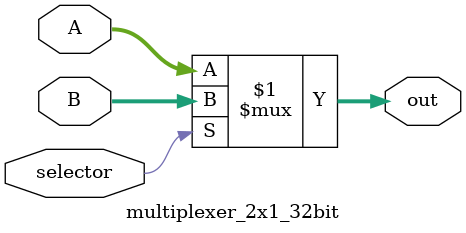
<source format=v>
`timescale 1ns / 1ps


module multiplexer_2x1_32bit(
 input selector,
 input [31:0] A,B,
 output [31:0] out
    );
    
    assign out = (selector) ? B : A;
    
    
endmodule
</source>
